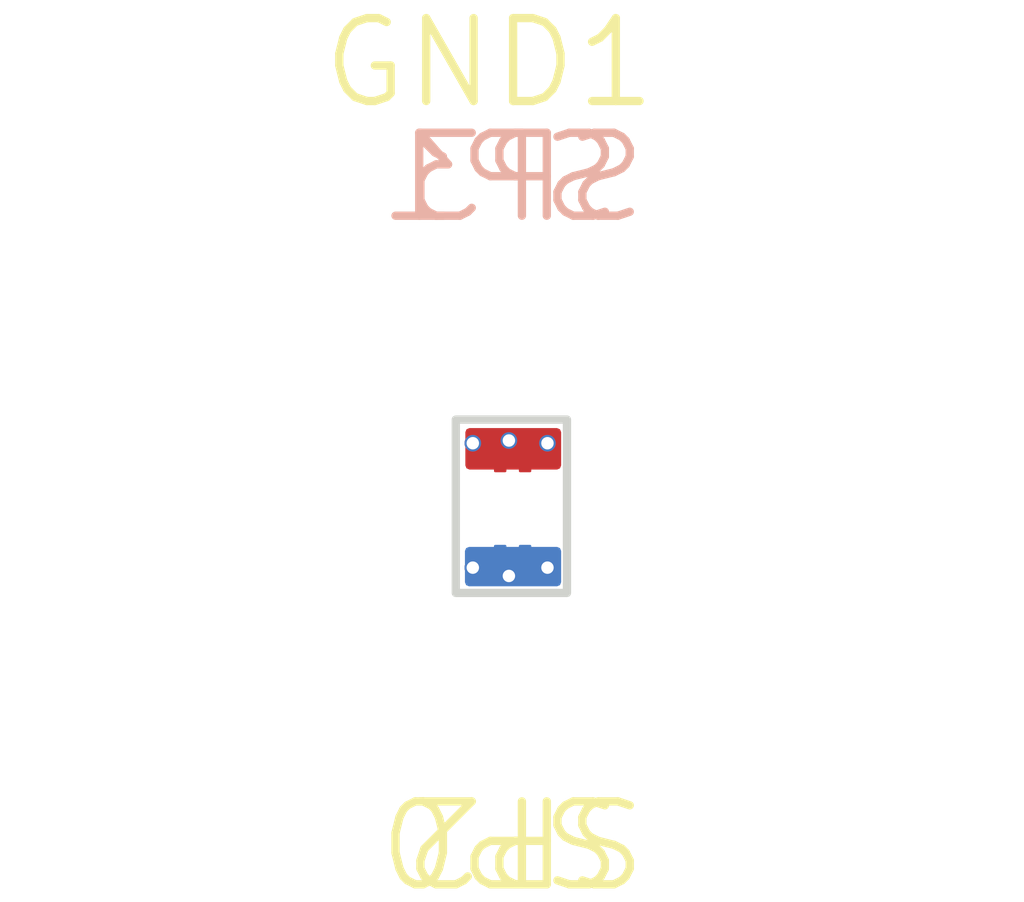
<source format=kicad_pcb>
(kicad_pcb (version 20240108) (generator "pcbnew") (generator_version "8.0")
  (layers (0 "F.Cu" signal) (1 "In1.Cu" signal) (2 "In2.Cu" signal) (31 "B.Cu" signal) (34 "B.Paste" user) (35 "F.Paste" user) (36 "B.SilkS" user "B.Silkscreen") (37 "F.SilkS" user "F.Silkscreen") (38 "B.Mask" user) (39 "F.Mask" user) (44 "Edge.Cuts" user))
  (net 0 "")
  (net 1 "GND")
  (net 2 "A-")
  (net 3 "A+")
  (footprint "simulation_port:pad_0.1mm" (layer "F.Cu") (at 148.4 127.1175)
    (property "Reference" "GND1" (at 0 -4.5 0) (layer "F.SilkS") (effects (font (thickness 0.1))))
    (property "Value" "Ground")
    (pad "1" smd roundrect (at 0 0) (size 0.1 0.1) (layers "F.Cu" "F.Paste" "F.Mask") (roundrect_rratio 0.1) (net 1 "GND"))
  )
  (footprint "simulation_port:pad_0.15mm" (layer "F.Cu") (at 148.53 127.474999 180)
    (property "Reference" "SP0" (at 0 -4.5 180) (layer "F.SilkS") (effects (font (thickness 0.1))))
    (property "Value" "Simulation_Port")
    (pad "1" smd roundrect (at 0 0 180) (size 0.15 0.15) (layers "F.Cu" "F.Paste" "F.Mask") (roundrect_rratio 0.1) (net 1 "GND"))
  )
  (footprint "simulation_port:pad_0.15mm" (layer "F.Cu") (at 148.83 127.474999 180)
    (property "Reference" "SP2" (at 0 -4.5 180) (layer "F.SilkS") (effects (font (thickness 0.1))))
    (property "Value" "Simulation_Port")
    (pad "1" smd roundrect (at 0 0 180) (size 0.15 0.15) (layers "F.Cu" "F.Paste" "F.Mask") (roundrect_rratio 0.1) (net 1 "GND"))
  )
  (footprint "simulation_port:pad_0.15mm" (layer "B.Cu") (at 148.53 128.5 180)
    (property "Reference" "SP1" (at 0 4.5 0) (layer "B.SilkS") (effects (font (thickness 0.1)) (justify mirror)))
    (property "Value" "Simulation_Port")
    (pad "1" smd roundrect (at 0 0 180) (size 0.15 0.15) (layers "B.Cu" "B.Paste" "B.Mask") (roundrect_rratio 0.1) (net 1 "GND"))
  )
  (footprint "simulation_port:pad_0.15mm" (layer "B.Cu") (at 148.83 128.5 180)
    (property "Reference" "SP3" (at 0 4.5 0) (layer "B.SilkS") (effects (font (thickness 0.1)) (justify mirror)))
    (property "Value" "Simulation_Port")
    (pad "1" smd roundrect (at 0 0 180) (size 0.15 0.15) (layers "B.Cu" "B.Paste" "B.Mask") (roundrect_rratio 0.1) (net 1 "GND"))
  )
  (gr_rect (start 147.995 126.9152) (end 149.335 129.0052) (stroke (width 0.1)) (fill none) (layer "Edge.Cuts"))
  (via (at 148.635 127.1675) (size 0.2) (drill 0.15) (layers "F.Cu" "B.Cu") (net 1))
  (via (at 149.1 128.7) (size 0.2) (drill 0.15) (layers "F.Cu" "B.Cu") (net 1))
  (via (at 148.635 128.8) (size 0.2) (drill 0.15) (layers "F.Cu" "B.Cu") (net 1))
  (via (at 148.2 127.2) (size 0.2) (drill 0.15) (layers "F.Cu" "B.Cu") (net 1))
  (via (at 148.2 128.7) (size 0.2) (drill 0.15) (layers "F.Cu" "B.Cu") (net 1))
  (via (at 149.1 127.2) (size 0.2) (drill 0.15) (layers "F.Cu" "B.Cu") (net 1))
  (zone (net 1) (net_name "GND") (layer "F.Cu") (priority 1) (connect_pads yes (clearance 0.1)) (min_thickness 0.1) (fill yes (thermal_gap 0.25) (thermal_bridge_width 0.25))
    (polygon (pts (xy 148.11 127.0175) (xy 149.265 127.0175) (xy 149.265 127.5175) (xy 148.11 127.5175)))
  )
  (zone (net 1) (net_name "GND") (layer "B.Cu") (priority 1) (connect_pads yes (clearance 0.1)) (min_thickness 0.1) (fill yes (thermal_gap 0.25) (thermal_bridge_width 0.25))
    (polygon (pts (xy 148.105 128.45) (xy 149.265 128.45) (xy 149.265 128.925) (xy 148.105 128.925)))
  )
)
</source>
